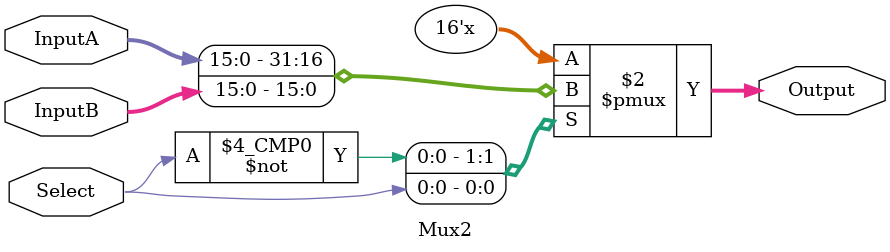
<source format=v>
/*
	mux with two inputs
*/

module Mux2(
    input [0:0] Select,
    input [15:0] InputA,
    input [15:0] InputB,
    output reg [15:0] Output
    );
	
	always @(*)
	begin
		case(Select)
			2'h0: Output = InputA;
			2'h1: Output = InputB;
		endcase
	end

endmodule

</source>
